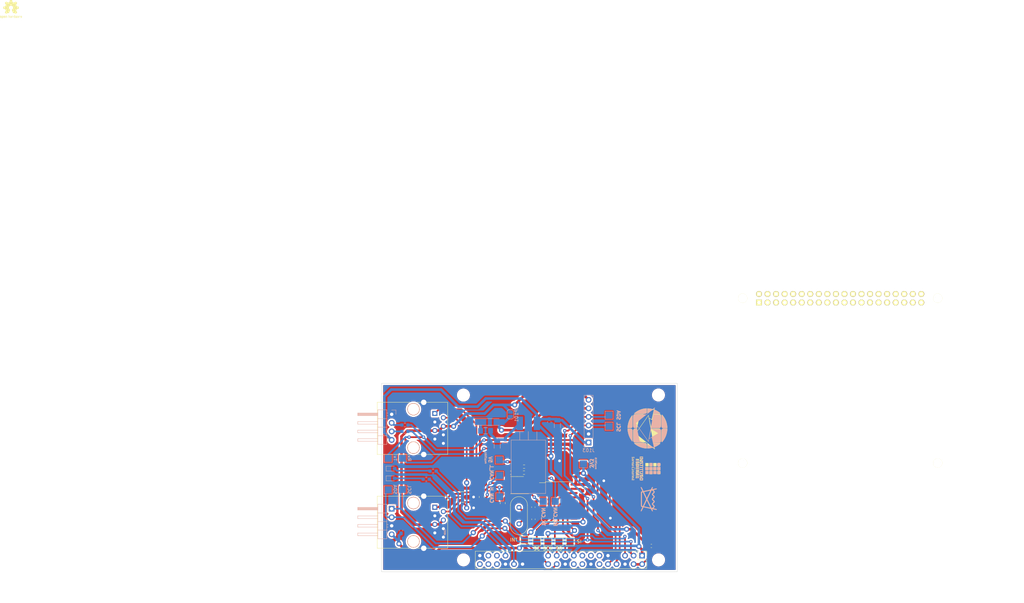
<source format=kicad_pcb>
(kicad_pcb (version 20211014) (generator pcbnew)
  (layers (0 "F.Cu" signal) (31 "B.Cu" signal) (34 "B.Paste" user) (35 "F.Paste" user) (36 "B.SilkS" user "B.Silkscreen") (37 "F.SilkS" user "F.Silkscreen") (38 "B.Mask" user) (39 "F.Mask" user) (44 "Edge.Cuts" user))
  (net 0 "")
  (net 1 "+3V3")
  (net 2 "GND")
  (net 3 "Net-(C201-Pad1)")
  (net 4 "Net-(C202-Pad1)")
  (net 5 "+5V")
  (net 6 "/POWER SUPPLY/+18V_OUT")
  (net 7 "/CANBUS CONN/CAN_H")
  (net 8 "/CANBUS CONN/CAN_L")
  (net 9 "Net-(D301-Pad1)")
  (net 10 "/+18V_IN")
  (net 11 "Net-(D401-Pad2)")
  (net 12 "Net-(D402-Pad2)")
  (net 13 "/MCU/SCL")
  (net 14 "/MCU/SDA")
  (net 15 "Net-(J102-Pad2)")
  (net 16 "Net-(J102-Pad3)")
  (net 17 "/MCU/USART_TX")
  (net 18 "/MCU/USART_RX")
  (net 19 "/MOSI")
  (net 20 "/MISO")
  (net 21 "/CANBUS/INT")
  (net 22 "/SCK")
  (net 23 "/CANBUS/CS")
  (net 24 "/MCU/LED1")
  (net 25 "/MCU/LED2")
  (net 26 "Net-(R201-Pad2)")
  (net 27 "/CANBUS/RXCAN")
  (net 28 "Net-(R203-Pad1)")
  (net 29 "/CANBUS/TXCAN")
  (net 37 "Net-(R204-Pad1)")
  (net 49 "/CAN_18V")
  (footprint "Symbol:OSHW-Logo2_7.3x6mm_SilkScreen" (layer "F.Cu") (at 3.270714 2.762714)
    (fp_text reference "LOGO101" hide)
    (fp_text value "Logo_Open_Hardware_Small" hide)
  )
  (footprint "MountingHole:MountingHole_2.7mm_M2.5" (layer "F.Cu") (at 195.7832 117.4496 180)
    (fp_text reference "H105")
    (fp_text value "~")
  )
  (footprint "Capacitor_SMD:C_0603_1608Metric_Pad1.08x0.95mm_HandSolder" (layer "F.Cu") (at 175.0314 145.0086 -90)
    (fp_text reference "C204")
    (fp_text value "100nF")
  )
  (footprint "KicadZeniteSolarLibrary18:RJ45_YH59_01" (layer "F.Cu") (at 129.286 122.931 -90)
    (fp_text reference "J501")
    (fp_text value "RJ45")
  )
  (footprint "MountingHole:MountingHole_3.2mm_M3" (layer "F.Cu") (at 196.016 58.832)
    (fp_text reference "H104")
    (fp_text value "~")
  )
  (footprint "Resistor_SMD:R_0603_1608Metric_Pad0.98x0.95mm_HandSolder" (layer "F.Cu") (at 155.8036 140.5382)
    (fp_text reference "R203")
    (fp_text value "10K")
  )
  (footprint "MountingHole:MountingHole_3.2mm_M3" (layer "F.Cu") (at 196.016 66.782)
    (fp_text reference "H103")
    (fp_text value "~")
  )
  (footprint "Capacitor_SMD:C_0603_1608Metric_Pad1.08x0.95mm_HandSolder" (layer "F.Cu") (at 151.8666 140.5636 180)
    (fp_text reference "C205")
    (fp_text value "100nF")
  )
  (footprint "Crystal:Crystal_HC49-U_Vertical" (layer "F.Cu") (at 154.305 150.876 -90)
    (fp_text reference "Y201")
    (fp_text value "16MHz")
  )
  (footprint "TestPoint:TestPoint_Pad_2.0x2.0mm" (layer "F.Cu") (at 169.5069 161.0741)
    (fp_text reference "TP204")
    (fp_text value "SI")
  )
  (footprint "Package_SO:SOIC-18W_7.5x11.6mm_P1.27mm" (layer "F.Cu") (at 166.0416 149.1488)
    (fp_text reference "U201")
    (fp_text value "MCP2515-xSO")
  )
  (footprint "TestPoint:TestPoint_Pad_2.0x2.0mm" (layer "F.Cu") (at 159.6009 161.0741)
    (fp_text reference "TP202")
    (fp_text value "SC")
  )
  (footprint "KicadZeniteSolarLibrary18:synbol_logoifsc" (layer "F.Cu") (at 192.151 139.319 -90)
    (fp_text reference "SYM105")
    (fp_text value "SYM_LASER_Small" hide)
  )
  (footprint "MountingHole:MountingHole_2.7mm_M2.5" (layer "F.Cu") (at 195.8086 166.4716 180)
    (fp_text reference "H107")
    (fp_text value "~")
  )
  (footprint "Capacitor_SMD:C_0603_1608Metric_Pad1.08x0.95mm_HandSolder" (layer "F.Cu") (at 158.5976 154.4066 -90)
    (fp_text reference "C202")
    (fp_text value "22pF")
  )
  (footprint "KicadZeniteSolarLibrary18:RJ45_YH59_01" (layer "F.Cu") (at 129.286 150.8252 -90)
    (fp_text reference "J502")
    (fp_text value "RJ45")
  )
  (footprint "Connector_PinHeader_2.54mm:PinHeader_2x20_P2.54mm_Vertical" (layer "F.Cu") (at 190.9318 165.2016 -90)
    (fp_text reference "J401")
    (fp_text value "Raspberry_Pi_2_3")
  )
  (footprint "rasp3:raspberrypi_2_3" (layer "F.Cu") (at 249.808 88.677)
    (fp_text reference "SYM102")
    (fp_text value "SYM_Magnet_Large")
  )
  (footprint "MountingHole:MountingHole_3.2mm_M3" (layer "F.Cu") (at 203.966 66.782)
    (fp_text reference "H102")
    (fp_text value "~")
  )
  (footprint "MountingHole:MountingHole_2.7mm_M2.5" (layer "F.Cu") (at 137.8204 166.4716 180)
    (fp_text reference "H106")
    (fp_text value "~")
  )
  (footprint "Capacitor_SMD:C_0603_1608Metric_Pad1.08x0.95mm_HandSolder" (layer "F.Cu") (at 158.5722 150.7998 90)
    (fp_text reference "C201")
    (fp_text value "22pF")
  )
  (footprint "TestPoint:TestPoint_Pad_2.0x2.0mm" (layer "F.Cu") (at 166.2049 161.0741)
    (fp_text reference "TP203")
    (fp_text value "SO")
  )
  (footprint "Resistor_SMD:R_0603_1608Metric_Pad0.98x0.95mm_HandSolder" (layer "F.Cu") (at 155.8271 138.7602)
    (fp_text reference "R202")
    (fp_text value "22K")
  )
  (footprint "Package_TO_SOT_SMD:SOT-23" (layer "F.Cu") (at 137.8712 147.7772)
    (fp_text reference "D201")
    (fp_text value "pesd1can")
  )
  (footprint "Capacitor_SMD:C_0603_1608Metric_Pad1.08x0.95mm_HandSolder" (layer "F.Cu") (at 193.675 162.306)
    (fp_text reference "C401")
    (fp_text value "100nF")
  )
  (footprint "KicadZeniteSolarLibrary18:symbol_logoZenite" (layer "F.Cu") (at 192.532 127.508 -90)
    (fp_text reference "SYM103" hide)
    (fp_text value "SYM_Radioactive_Radiation_Small" hide)
  )
  (footprint "Capacitor_SMD:C_0603_1608Metric_Pad1.08x0.95mm_HandSolder" (layer "F.Cu") (at 170.3578 141.7828 180)
    (fp_text reference "C203")
    (fp_text value "100nF")
  )
  (footprint "Resistor_SMD:R_0805_2012Metric_Pad1.20x1.40mm_HandSolder" (layer "F.Cu") (at 143.2306 147.7678 90)
    (fp_text reference "R205")
    (fp_text value "120")
  )
  (footprint "Package_SO:SOIC-8_3.9x4.9mm_P1.27mm" (layer "F.Cu") (at 153.7462 144.2466 180)
    (fp_text reference "U202")
    (fp_text value "MCP2551-I/SN")
  )
  (footprint "MountingHole:MountingHole_2.7mm_M2.5" (layer "F.Cu") (at 137.795 117.475 180)
    (fp_text reference "H108")
    (fp_text value "~")
  )
  (footprint "MountingHole:MountingHole_3.2mm_M3" (layer "F.Cu") (at 203.966 58.832)
    (fp_text reference "H101")
    (fp_text value "~")
  )
  (footprint "Resistor_SMD:R_0805_2012Metric_Pad1.20x1.40mm_HandSolder" (layer "F.Cu") (at 149.479 149.606 -90)
    (fp_text reference "R204")
    (fp_text value "4k7")
  )
  (footprint "Resistor_SMD:R_0603_1608Metric_Pad0.98x0.95mm_HandSolder" (layer "F.Cu") (at 173.228 145.0086 -90)
    (fp_text reference "R201")
    (fp_text value "10k")
  )
  (footprint "TestPoint:TestPoint_Pad_2.0x2.0mm" (layer "F.Cu") (at 155.956 160.528)
    (fp_text reference "TP205")
    (fp_text value "INT")
  )
  (footprint "TestPoint:TestPoint_Pad_2.0x2.0mm" (layer "F.Cu") (at 162.9029 161.0741)
    (fp_text reference "TP201")
    (fp_text value "SCK")
  )
  (footprint "Connector_PinHeader_2.54mm:PinHeader_1x04_P2.54mm_Horizontal" (layer "B.Cu") (at 116.459 123.19 180)
    (fp_text reference "J102")
    (fp_text value "USART")
  )
  (footprint "Capacitor_SMD:C_1206_3216Metric_Pad1.33x1.80mm_HandSolder" (layer "B.Cu") (at 147.828 132.587996 -90)
    (fp_text reference "C301")
    (fp_text value "1uF")
  )
  (footprint "Capacitor_SMD:C_0603_1608Metric_Pad1.08x0.95mm_HandSolder" (layer "B.Cu") (at 150.241 131.571996 -90)
    (fp_text reference "C302")
    (fp_text value "100nF")
  )
  (footprint "TestPoint:TestPoint_Pad_2.0x2.0mm" (layer "B.Cu") (at 181.102 123.444)
    (fp_text reference "TP106")
    (fp_text value "INA_SDA")
  )
  (footprint "TestPoint:TestPoint_Pad_2.0x2.0mm" (layer "B.Cu") (at 115.443 136.271 180)
    (fp_text reference "TP104")
    (fp_text value "TX")
  )
  (footprint "LED_SMD:LED_0603_1608Metric_Pad1.05x0.95mm_HandSolder" (layer "B.Cu") (at 116.459 142.24)
    (fp_text reference "D401")
    (fp_text value "LED_RED")
  )
  (footprint "Resistor_SMD:R_0603_1608Metric_Pad0.98x0.95mm_HandSolder" (layer "B.Cu") (at 126.746 142.494 180)
    (fp_text reference "R401")
    (fp_text value "1k")
  )
  (footprint "Resistor_SMD:R_0603_1608Metric_Pad0.98x0.95mm_HandSolder" (layer "B.Cu") (at 120.396 128.27 180)
    (fp_text reference "R101")
    (fp_text value "1k")
  )
  (footprint "Diode_SMD:D_MiniMELF_Handsoldering" (layer "B.Cu") (at 145.669 125.476)
    (fp_text reference "D301")
    (fp_text value "LL4148")
  )
  (footprint "Fuse:Fuse_1206_3216Metric_Pad1.42x1.75mm_HandSolder" (layer "B.Cu") (at 144.3736 128.0922)
    (fp_text reference "F301")
    (fp_text value "500mA")
  )
  (footprint "KicadZeniteSolarLibrary18:synbol_logoifsc" (layer "B.Cu") (at 192.151 139.319 90)
    (fp_text reference "SYM106")
    (fp_text value "SYM_LASER_Small" hide)
  )
  (footprint "Capacitor_SMD:C_0603_1608Metric_Pad1.08x0.95mm_HandSolder" (layer "B.Cu") (at 119.253 157.734 90)
    (fp_text reference "C101")
    (fp_text value "100nF")
  )
  (footprint "TestPoint:TestPoint_Pad_2.0x2.0mm" (layer "B.Cu") (at 115.443 145.669 -90)
    (fp_text reference "TP101")
    (fp_text value "SDA")
  )
  (footprint "TestPoint:TestPoint_Pad_2.0x2.0mm" (layer "B.Cu") (at 119.634 136.271 180)
    (fp_text reference "TP103")
    (fp_text value "RX")
  )
  (footprint "TestPoint:TestPoint_Pad_2.0x2.0mm" (layer "B.Cu") (at 148.463 136.779 180)
    (fp_text reference "TP211")
    (fp_text value "5V")
  )
  (footprint "Resistor_SMD:R_0603_1608Metric_Pad0.98x0.95mm_HandSolder" (layer "B.Cu") (at 120.396 126.365 180)
    (fp_text reference "R102")
    (fp_text value "1k")
  )
  (footprint "TestPoint:TestPoint_Pad_2.0x2.0mm" (layer "B.Cu") (at 173.482 137.922 180)
    (fp_text reference "TP210")
    (fp_text value "3V3")
  )
  (footprint "TestPoint:TestPoint_Pad_2.0x2.0mm" (layer "B.Cu") (at 119.634 145.542 -90)
    (fp_text reference "TP102")
    (fp_text value "SCL")
  )
  (footprint "Connector_PinHeader_2.54mm:PinHeader_1x04_P2.54mm_Horizontal" (layer "B.Cu") (at 116.459 151.257 180)
    (fp_text reference "J101")
    (fp_text value "I2C")
  )
  (footprint "Capacitor_SMD:C_1206_3216Metric_Pad1.33x1.80mm_HandSolder" (layer "B.Cu") (at 165.735 126.491996 -90)
    (fp_text reference "C304")
    (fp_text value "1uF")
  )
  (footprint "TestPoint:TestPoint_Pad_2.0x2.0mm" (layer "B.Cu") (at 148.59 141.351)
    (fp_text reference "TP209")
    (fp_text value "CAN_L")
  )
  (footprint "Connector_PinHeader_2.54mm:PinHeader_1x06_P2.54mm_Vertical" (layer "B.Cu") (at 175.006 131.572)
    (fp_text reference "J103")
    (fp_text value "Conn_01x06")
  )
  (footprint "TestPoint:TestPoint_Pad_2.0x2.0mm" (layer "B.Cu") (at 181.102 126.746)
    (fp_text reference "TP105")
    (fp_text value "INA_SCL")
  )
  (footprint "Resistor_SMD:R_0603_1608Metric_Pad0.98x0.95mm_HandSolder" (layer "B.Cu") (at 128.778 140.081 180)
    (fp_text reference "R402")
    (fp_text value "1k")
  )
  (footprint "TestPoint:TestPoint_Pad_2.0x2.0mm" (layer "B.Cu") (at 161.544 149.098 90)
    (fp_text reference "TP206")
    (fp_text value "TXCAN")
  )
  (footprint "KicadZeniteSolarLibrary18:TO-220-3_Horizontal_TabDown_SMD" (layer "B.Cu") (at 154.559 127.1495)
    (fp_text reference "U301")
    (fp_text value "LM7805")
  )
  (footprint "TestPoint:TestPoint_Pad_2.0x2.0mm" (layer "B.Cu") (at 148.59 147.701)
    (fp_text reference "TP208")
    (fp_text value "CAN_H")
  )
  (footprint "LED_SMD:LED_0603_1608Metric_Pad1.05x0.95mm_HandSolder" (layer "B.Cu") (at 116.459 139.319)
    (fp_text reference "D402")
    (fp_text value "LED_RED")
  )
  (footprint "Capacitor_SMD:C_0603_1608Metric_Pad1.08x0.95mm_HandSolder" (layer "B.Cu") (at 163.322 125.475996 -90)
    (fp_text reference "C303")
    (fp_text value "100nF")
  )
  (footprint "TestPoint:TestPoint_Pad_2.0x2.0mm" (layer "B.Cu") (at 165.1 149.098 90)
    (fp_text reference "TP207")
    (fp_text value "RXCAN")
  )
  (footprint "Jumper:SolderJumper-2_P1.3mm_Open_RoundedPad1.0x1.5mm" (layer "B.Cu") (at 151.765 123.19 90)
    (fp_text reference "JP101")
    (fp_text value "Jumper_2_Open")
  )
  (footprint "KicadZeniteSolarLibrary18:symbol_logoZenite" (layer "B.Cu") (at 192.532 127.254 90)
    (fp_text reference "SYM101" hide)
    (fp_text value "SYM_Radioactive_Radiation_Small" hide)
  )
  (footprint "KicadZeniteSolarLibrary18:symbol_naolavar" (layer "B.Cu") (at 192.913 148.4122 90)
    (fp_text reference "SYM104")
    (fp_text value "SYM_Radioactive_Radiation_Small" hide)
  )
  (gr_poly (pts (xy 201.3966 169.9768) (xy 113.4364 169.9768) (xy 113.4364 113.9952) (xy 201.3966 113.9952)) (layer "Edge.Cuts") (width 0.1) (fill none))
  (gr_text "RX_CAN" (at 165.1 153.67 -90) (layer "B.SilkS") (effects (font (size 1 1) (thickness 0.25)) (justify mirror)))
  (gr_text "mcp2515" (at 177.165 137.795 270) (layer "B.SilkS") (effects (font (size 0.508 0.508) (thickness 0.127)) (justify mirror)))
  (gr_text "CAN_L" (at 146.177 140.462 -90) (layer "B.SilkS") (effects (font (size 1 1) (thickness 0.25)) (justify mirror)))
  (gr_text "SDA" (at 117.475 145.542 -90) (layer "B.SilkS") (effects (font (size 1 1)) (justify mirror)))
  (gr_text "TX_CAN" (at 161.544 153.67 -90) (layer "B.SilkS") (effects (font (size 1 1) (thickness 0.25)) (justify mirror)))
  (gr_text "SCL" (at 121.666 145.542 -90) (layer "B.SilkS") (effects (font (size 1 1)) (justify mirror)))
  (gr_text "SDA" (at 183.896 123.444 -90) (layer "B.SilkS") (effects (font (size 1 1) (thickness 0.25)) (justify mirror)))
  (gr_text "3V3" (at 175.895 137.795 270) (layer "B.SilkS") (effects (font (size 1 1) (thickness 0.25)) (justify mirror)))
  (gr_text "mcp2551" (at 144.399 136.144 -90) (layer "B.SilkS") (effects (font (size 0.508 0.508) (thickness 0.127)) (justify mirror)))
  (gr_text "J602" (at 132.255496 158.349496 -90) (layer "B.SilkS") (effects (font (size 0.5 0.5) (thickness 0.1)) (justify mirror)))
  (gr_text "CAN_H" (at 146.177 147.193 -90) (layer "B.SilkS") (effects (font (size 1 1) (thickness 0.25)) (justify mirror)))
  (gr_text "Tx" (at 117.475 136.271 -90) (layer "B.SilkS") (effects (font (size 1 1)) (justify mirror)))
  (gr_text "SCL" (at 183.896 127 -90) (layer "B.SilkS") (effects (font (size 1 1) (thickness 0.25)) (justify mirror)))
  (gr_text "Rx" (at 121.666 136.271 -90) (layer "B.SilkS") (effects (font (size 1 1)) (justify mirror)))
  (gr_text "5V" (at 145.796 136.652 -90) (layer "B.SilkS") (effects (font (size 1 1) (thickness 0.25)) (justify mirror)))
  (segment (start 170.6916 144.0688) (end 171.2203 143.5401) (width 0.762) (layer "F.Cu") (net 1))
  (segment (start 128.143 165.735) (end 122.682 165.735) (width 0.762) (layer "F.Cu") (net 1))
  (segment (start 118.618 161.671) (end 122.682 165.735) (width 0.762) (layer "F.Cu") (net 1))
  (segment (start 190.9318 163.449) (end 190.9318 165.2016) (width 0.762) (layer "F.Cu") (net 1))
  (segment (start 174.9814 144.0961) (end 175.0314 144.1461) (width 0.762) (layer "F.Cu") (net 1))
  (segment (start 154.432 162.941) (end 130.937 162.941) (width 0.762) (layer "F.Cu") (net 1))
  (segment (start 173.228 144.0961) (end 174.9814 144.0961) (width 0.762) (layer "F.Cu") (net 1))
  (segment (start 170.6916 144.0688) (end 173.2007 144.0688) (width 0.762) (layer "F.Cu") (net 1))
  (segment (start 173.2007 144.0688) (end 173.228 144.0961) (width 0.762) (layer "F.Cu") (net 1))
  (segment (start 130.937 162.941) (end 128.143 165.735) (width 0.762) (layer "F.Cu") (net 1))
  (segment (start 171.2203 141.7828) (end 171.2203 143.5401) (width 0.762) (layer "F.Cu") (net 1))
  (segment (start 172.2871 140.716) (end 171.2203 141.7828) (width 0.762) (layer "F.Cu") (net 1))
  (segment (start 189.9666 162.4838) (end 190.9318 163.449) (width 0.762) (layer "F.Cu") (net 1))
  (segment (start 173.482 140.716) (end 172.2871 140.716) (width 0.762) (layer "F.Cu") (net 1))
  (via (at 154.432 162.941) (size 1.5) (drill 0.8) (layers "F.Cu" "B.Cu") (net 1))
  (via (at 173.482 140.716) (size 1.5) (drill 0.8) (layers "F.Cu" "B.Cu") (net 1))
  (via (at 189.9666 162.4838) (size 1.5) (drill 0.8) (layers "F.Cu" "B.Cu") (net 1))
  (via (at 118.618 161.671) (size 1.5) (drill 0.8) (layers "F.Cu" "B.Cu") (net 1))
  (segment (start 155.067 162.306) (end 189.7888 162.306) (width 0.762) (layer "B.Cu") (net 1))
  (segment (start 173.482 140.716) (end 189.9666 157.2006) (width 0.762) (layer "B.Cu") (net 1))
  (segment (start 155.067 162.306) (end 154.432 162.941) (width 0.762) (layer "B.Cu") (net 1))
  (segment (start 118.618 161.036) (end 116.459 158.877) (width 0.762) (layer "B.Cu") (net 1))
  (segment (start 118.618 161.671) (end 118.618 161.036) (width 0.762) (layer "B.Cu") (net 1))
  (segment (start 173.482 140.716) (end 173.482 137.922) (width 0.762) (layer "B.Cu") (net 1))
  (segment (start 189.9666 157.2006) (end 189.9666 162.4838) (width 0.762) (layer "B.Cu") (net 1))
  (segment (start 118.618 161.036) (end 118.618 159.2315) (width 0.762) (layer "B.Cu") (net 1))
  (segment (start 189.9666 162.4838) (end 189.7888 162.306) (width 0.762) (layer "B.Cu") (net 1))
  (segment (start 170.6118 164.1602) (end 170.6118 165.2016) (width 0.762) (layer "B.Cu") (net 1))
  (segment (start 118.618 159.2315) (end 119.253 158.5965) (width 0.762) (layer "B.Cu") (net 1))
  (segment (start 172.466 162.306) (end 170.6118 164.1602) (width 0.762) (layer "B.Cu") (net 1))
  (segment (start 138.8087 147.7772) (end 140.8176 147.7772) (width 0.508) (layer "F.Cu") (net 2))
  (via (at 181.483 154.051) (size 1.5) (drill 0.8) (layers "F.Cu" "B.Cu") (net 2))
  (via (at 179.532305 142.95323) (size 1.5) (drill 0.8) (layers "F.Cu" "B.Cu") (net 2))
  (via (at 166.37 137.033) (size 1.5) (drill 0.8) (layers "F.Cu" "B.Cu") (net 2))
  (via (at 140.8176 147.7772) (size 1.5) (drill 0.8) (layers "F.Cu" "B.Cu") (net 2))
  (via (at 140.8176 151.003) (size 1.5) (drill 0.8) (layers "F.Cu" "B.Cu") (net 2))
  (segment (start 157.099 125.8795) (end 157.099 138.8335) (width 0.762) (layer "B.Cu") (net 2))
  (segment (start 140.8176 151.003) (end 140.8176 147.7772) (width 0.508) (layer "B.Cu") (net 2))
  (segment (start 155.0913 151.6623) (end 158.5722 151.6623) (width 0.508) (layer "F.Cu") (net 3))
  (segment (start 161.3651 151.6623) (end 161.3916 151.6888) (width 0.508) (layer "F.Cu") (net 3))
  (segment (start 158.5722 151.6623) (end 161.3651 151.6623) (width 0.508) (layer "F.Cu") (net 3))
  (segment (start 155.0913 151.6623) (end 154.305 150.876) (width 0.508) (layer "F.Cu") (net 3))
  (segment (start 159.1829 152.9588) (end 158.5976 153.5441) (width 0.508) (layer "F.Cu") (net 4))
  (segment (start 158.5976 153.5441) (end 156.5169 153.5441) (width 0.508) (layer "F.Cu") (net 4))
  (segment (start 161.3916 152.9588) (end 159.1829 152.9588) (width 0.508) (layer "F.Cu") (net 4))
  (segment (start 156.5169 153.5441) (end 154.305 155.756) (width 0.508) (layer "F.Cu") (net 4))
  (segment (start 152.7291 137.3389) (end 150.9279 137.3389) (width 0.762) (layer "F.Cu") (net 5))
  (segment (start 190.9191 167.8051) (end 188.3791 167.8051) (width 0.762) (layer "F.Cu") (net 5))
  (segment (start 152.7291 137.3389) (end 152.7291 140.5636) (width 0.762) (layer "F.Cu") (net 5))
  (segment (start 150.9279 137.3389) (end 150.876 137.287) (width 0.762) (layer "F.Cu") (net 5))
  (segment (start 156.2212 143.6116) (end 154.6098 143.6116) (width 0.762) (layer "F.Cu") (net 5))
  (segment (start 187.8595 157.353) (end 192.8125 162.306) (width 0.762) (layer "F.Cu") (net 5))
  (segment (start 192.786 165.9382) (end 192.786 162.4065) (width 0.508) (layer "F.Cu") (net 5))
  (segment (start 154.6098 143.6116) (end 153.3652 142.367) (width 0.762) (layer "F.Cu") (net 5))
  (segment (start 190.9191 167.8051) (end 192.786 165.9382) (width 0.508) (layer "F.Cu") (net 5))
  (segment (start 154.686 135.382) (end 152.7291 137.3389) (width 0.762) (layer "F.Cu") (net 5))
  (segment (start 163.576 135.382) (end 154.686 135.382) (width 0.762) (layer "F.Cu") (net 5))
  (segment (start 163.83 135.636) (end 163.576 135.382) (width 0.762) (layer "F.Cu") (net 5))
  (segment (start 186.309 157.353) (end 187.8595 157.353) (width 0.762) (layer "F.Cu") (net 5))
  (segment (start 153.3652 142.367) (end 153.3652 141.1997) (width 0.762) (layer "F.Cu") (net 5))
  (segment (start 153.3652 141.1997) (end 152.7291 140.5636) (width 0.762) (layer "F.Cu") (net 5))
  (via (at 163.83 135.636) (size 1.5) (drill 0.8) (layers "F.Cu" "B.Cu") (net 5))
  (via (at 150.876 137.287) (size 1) (drill 0.4) (layers "F.Cu" "B.Cu") (net 5))
  (via (at 186.309 157.353) (size 1.5) (drill 0.8) (layers "F.Cu" "B.Cu") (net 5))
  (segment (start 163.322 124.613496) (end 165.419 124.613496) (width 0.762) (layer "B.Cu") (net 5))
  (segment (start 116.459 130.81) (end 114.3 128.651) (width 0.762) (layer "B.Cu") (net 5))
  (segment (start 159.639 123.19) (end 159.639 125.8795) (width 0.762) (layer "B.Cu") (net 5))
  (segment (start 163.322 124.613496) (end 160.905004 124.613496) (width 0.762) (layer "B.Cu") (net 5))
  (segment (start 114.3 128.651) (end 114.3 117.856) (width 0.762) (layer "B.Cu") (net 5))
  (segment (start 163.83 135.636) (end 163.83 130.0705) (width 0.762) (layer "B.Cu") (net 5))
  (segment (start 154.94 118.491) (end 159.639 123.19) (width 0.762) (layer "B.Cu") (net 5))
  (segment (start 165.419 124.613496) (end 165.735 124.929496) (width 0.762) (layer "B.Cu") (net 5))
  (segment (start 181.229 157.353) (end 163.83 139.954) (width 0.762) (layer "B.Cu") (net 5))
  (segment (start 163.83 130.0705) (end 159.639 125.8795) (width 0.762) (layer "B.Cu") (net 5))
  (segment (start 175.006 131.572) (end 173.736 131.572) (width 0.762) (layer "B.Cu") (net 5))
  (segment (start 163.83 139.954) (end 163.83 135.636) (width 0.762) (layer "B.Cu") (net 5))
  (segment (start 150.876 137.287) (end 148.971 137.287) (width 0.762) (layer "B.Cu") (net 5))
  (segment (start 114.3 117.856) (end 116.332 115.824) (width 0.762) (layer "B.Cu") (net 5))
  (segment (start 136.271 120.904) (end 141.986 120.904) (width 0.762) (layer "B.Cu") (net 5))
  (segment (start 116.332 115.824) (end 131.191 115.824) (width 0.762) (layer "B.Cu") (net 5))
  (segment (start 186.309 157.353) (end 181.229 157.353) (width 0.762) (layer "B.Cu") (net 5))
  (segment (start 160.905004 124.613496) (end 159.639 125.8795) (width 0.762) (layer "B.Cu") (net 5))
  (segment (start 131.191 115.824) (end 136.271 120.904) (width 0.762) (layer "B.Cu") (net 5))
  (segment (start 173.736 131.572) (end 167.093496 124.929496) (width 0.762) (layer "B.Cu") (net 5))
  (segment (start 144.399 118.491) (end 154.94 118.491) (width 0.762) (layer "B.Cu") (net 5))
  (segment (start 167.093496 124.929496) (end 165.735 124.929496) (width 0.762) (layer "B.Cu") (net 5))
  (segment (start 141.986 120.904) (end 144.399 118.491) (width 0.762) (layer "B.Cu") (net 5))
  (segment (start 148.971 137.287) (end 148.463 136.779) (width 0.762) (layer "B.Cu") (net 5))
  (segment (start 150.241 130.709496) (end 150.241 130.1975) (width 0.762) (layer "B.Cu") (net 6))
  (segment (start 145.8325 129.029996) (end 147.828 131.025496) (width 0.762) (layer "B.Cu") (net 6))
  (segment (start 148.144 130.709496) (end 147.828 131.025496) (width 0.762) (layer "B.Cu") (net 6))
  (segment (start 150.241 130.709496) (end 148.144 130.709496) (width 0.762) (layer "B.Cu") (net 6))
  (segment (start 150.241 130.1975) (end 154.559 125.8795) (width 0.762) (layer "B.Cu") (net 6))
  (segment (start 141.657 143.6128) (end 143.2306 145.1864) (width 0.508) (layer "F.Cu") (net 7))
  (segment (start 136.9337 146.8272) (end 137.3807 146.3802) (width 0.508) (layer "F.Cu") (net 7))
  (segment (start 129.286 150.8252) (end 130.286 150.8252) (width 0.508) (layer "F.Cu") (net 7))
  (segment (start 142.843 146.3802) (end 143.2306 146.7678) (width 0.508) (layer "F.Cu") (net 7))
  (segment (start 145.1168 144.8816) (end 148.4884 144.8816) (width 0.508) (layer "F.Cu") (net 7))
  (segment (start 143.2306 146.7678) (end 145.1168 144.8816) (width 0.508) (layer "F.Cu") (net 7))
  (segment (start 141.657 126.1724) (end 141.657 143.6128) (width 0.508) (layer "F.Cu") (net 7))
  (segment (start 130.286 150.8252) (end 134.275 146.8362) (width 0.508) (layer "F.Cu") (net 7))
  (segment (start 129.29 122.936) (end 130.5346 121.6914) (width 0.508) (layer "F.Cu") (net 7))
  (segment (start 143.2306 145.1864) (end 143.2306 146.7678) (width 0.508) (layer "F.Cu") (net 7))
  (segment (start 137.3807 146.3802) (end 142.843 146.3802) (width 0.508) (layer "F.Cu") (net 7))
  (segment (start 130.5346 121.6914) (end 137.176 121.6914) (width 0.508) (layer "F.Cu") (net 7))
  (segment (start 134.275 146.8362) (end 136.9247 146.8362) (width 0.508) (layer "F.Cu") (net 7))
  (segment (start 137.176 121.6914) (end 141.657 126.1724) (width 0.508) (layer "F.Cu") (net 7))
  (segment (start 148.4884 144.8816) (end 151.2712 144.8816) (width 0.508) (layer "F.Cu") (net 7))
  (via (at 148.4884 144.8816) (size 1) (drill 0.4) (layers "F.Cu" "B.Cu") (net 7))
  (segment (start 148.4884 144.8816) (end 148.4884 147.5994) (width 0.508) (layer "B.Cu") (net 7))
  (segment (start 148.4884 147.5994) (end 148.59 147.701) (width 0.508) (layer "B.Cu") (net 7))
  (segment (start 136.9337 148.7272) (end 137.5077 149.3012) (width 0.508) (layer "F.Cu") (net 8))
  (segment (start 142.6972 149.3012) (end 143.2306 148.7678) (width 0.508) (layer "F.Cu") (net 8))
  (segment (start 144.907 147.574) (end 143.7132 148.7678) (width 0.508) (layer "F.Cu") (net 8))
  (segment (start 144.907 147.066) (end 144.907 147.574) (width 0.508) (layer "F.Cu") (net 8))
  (segment (start 145.796 143.637) (end 151.2458 143.637) (width 0.508) (layer "F.Cu") (net 8))
  (segment (start 137.5077 149.3012) (end 142.6972 149.3012) (width 0.508) (layer "F.Cu") (net 8))
  (segment (start 151.2712 143.6116) (end 151.2458 143.637) (width 0.508) (layer "F.Cu") (net 8))
  (segment (start 138.757 143.5322) (end 138.7602 143.5354) (width 0.508) (layer "F.Cu") (net 8))
  (segment (start 137.5077 149.3187) (end 137.5077 149.3012) (width 0.508) (layer "F.Cu") (net 8))
  (segment (start 131.826 152.0952) (end 133.5657 152.0952) (width 0.508) (layer "F.Cu") (net 8))
  (segment (start 133.5657 152.0952) (end 136.9337 148.7272) (width 0.508) (layer "F.Cu") (net 8))
  (segment (start 143.7132 148.7678) (end 143.2306 148.7678) (width 0.508) (layer "F.Cu") (net 8))
  (segment (start 138.7602 151.0284) (end 138.7602 150.5712) (width 0.508) (layer "F.Cu") (net 8))
  (segment (start 131.83 124.206) (end 135.266262 124.206) (width 0.508) (layer "F.Cu") (net 8))
  (segment (start 138.757 127.696738) (end 138.757 143.5322) (width 0.508) (layer "F.Cu") (net 8))
  (segment (start 135.266262 124.206) (end 138.757 127.696738) (width 0.508) (layer "F.Cu") (net 8))
  (segment (start 138.7602 150.5712) (end 137.5077 149.3187) (width 0.508) (layer "F.Cu") (net 8))
  (via (at 145.796 143.637) (size 1) (drill 0.4) (layers "F.Cu" "B.Cu") (net 8))
  (via (at 138.7602 143.5354) (size 1.5) (drill 0.8) (layers "F.Cu" "B.Cu") (net 8))
  (via (at 144.907 147.066) (size 1) (drill 0.4) (layers "F.Cu" "B.Cu") (net 8))
  (via (at 138.7602 151.0284) (size 1.5) (drill 0.8) (layers "F.Cu" "B.Cu") (net 8))
  (segment (start 144.907 144.526) (end 145.796 143.637) (width 0.508) (layer "B.Cu") (net 8))
  (segment (start 148.082 141.351) (end 145.796 143.637) (width 0.508) (layer "B.Cu") (net 8))
  (segment (start 138.7602 151.0284) (end 138.7602 143.5354) (width 0.508) (layer "B.Cu") (net 8))
  (segment (start 144.907 147.066) (end 144.907 144.526) (width 0.508) (layer "B.Cu") (net 8))
  (segment (start 148.59 141.351) (end 148.082 141.351) (width 0.508) (layer "B.Cu") (net 8))
  (segment (start 142.919 128.0593) (end 142.8861 128.0922) (width 0.762) (layer "B.Cu") (net 9))
  (segment (start 142.919 125.476) (end 142.919 128.0593) (width 0.762) (layer "B.Cu") (net 9))
  (segment (start 156.083 127.889) (end 162.56 121.412) (width 0.762) (layer "F.Cu") (net 10))
  (segment (start 149.098 127.889) (end 156.083 127.889) (width 0.762) (layer "F.Cu") (net 10))
  (segment (start 162.56 121.412) (end 175.006 121.412) (width 0.762) (layer "F.Cu") (net 10))
  (via (at 149.098 127.889) (size 1.5) (drill 0.8) (layers "F.Cu" "B.Cu") (net 10))
  (segment (start 150.129 125.476) (end 151.765 123.84) (width 0.762) (layer "B.Cu") (net 10))
  (segment (start 148.419 125.476) (end 150.129 125.476) (width 0.762) (layer "B.Cu") (net 10))
  (segment (start 149.098 127.889) (end 148.419 127.21) (width 0.762) (layer "B.Cu") (net 10))
  (segment (start 148.419 127.21) (end 148.419 125.476) (width 0.762) (layer "B.Cu") (net 10))
  (segment (start 125.5795 142.24) (end 117.334 142.24) (width 0.508) (layer "B.Cu") (net 11))
  (segment (start 125.8335 142.494) (end 125.5795 142.24) (width 0.508) (layer "B.Cu") (net 11))
  (segment (start 117.334 139.319) (end 117.969 139.954) (width 0.508) (layer "B.Cu") (net 12))
  (segment (start 127.7385 139.954) (end 127.8655 140.081) (width 0.508) (layer "B.Cu") (net 12))
  (segment (start 117.969 139.954) (end 127.7385 139.954) (width 0.508) (layer "B.Cu") (net 12))
  (segment (start 172.6184 126.492) (end 175.006 126.492) (width 0.508) (layer "F.Cu") (net 13))
  (segment (start 185.8391 159.5501) (end 185.8391 165.2651) (width 0.508) (layer "F.Cu") (net 13))
  (segment (start 177.8 154.94) (end 176.4792 153.6192) (width 0.508) (layer "F.Cu") (net 13))
  (segment (start 185.801 159.512) (end 185.8391 159.5501) (width 0.508) (layer "F.Cu") (net 13))
  (segment (start 169.5704 129.54) (end 172.6184 126.492) (width 0.508) (layer "F.Cu") (net 13))
  (segment (start 140.716 158.369) (end 144.145 154.94) (width 0.508) (layer "F.Cu") (net 13))
  (segment (start 177.8 157.734) (end 177.8 154.94) (width 0.508) (layer "F.Cu") (net 13))
  (segment (start 144.145 154.94) (end 150.241 154.94) (width 0.508) (layer "F.Cu") (net 13))
  (segment (start 176.4792 153.6192) (end 176.4792 147.7264) (width 0.508) (layer "F.Cu") (net 13))
  (via (at 176.4792 147.7264) (size 1) (drill 0.4) (layers "F.Cu" "B.Cu") (net 13))
  (via (at 169.5704 129.54) (size 1) (drill 0.4) (layers "F.Cu" "B.Cu") (net 13))
  (via (at 177.8 157.734) (size 1) (drill 0.4) (layers "F.Cu" "B.Cu") (net 13))
  (via (at 140.716 158.369) (size 1.5) (drill 0.8) (layers "F.Cu" "B.Cu") (net 13))
  (via (at 150.241 154.94) (size 1.5) (drill 0.8) (layers "F.Cu" "B.Cu") (net 13))
  (via (at 185.801 159.512) (size 1) (drill 0.4) (layers "F.Cu" "B.Cu") (net 13))
  (segment (start 176.911 160.147) (end 180.213 160.147) (width 0.508) (layer "B.Cu") (net 13))
  (segment (start 185.801 159.893) (end 185.547 160.147) (width 0.508) (layer "B.Cu") (net 13))
  (segment (start 119.126 151.13) (end 119.126 146.05) (width 0.508) (layer "B.Cu") (net 13))
  (segment (start 172.7835 159.3215) (end 171.958 160.147) (width 0.508) (layer "B.Cu") (net 13))
  (segment (start 155.448 160.147) (end 150.241 154.94) (width 0.508) (layer "B.Cu") (net 13))
  (segment (start 176.4792 147.7264) (end 169.5704 140.8176) (width 0.508) (layer "B.Cu") (net 13))
  (segment (start 175.006 126.492) (end 180.848 126.492) (width 0.508) (layer "B.Cu") (net 13))
  (segment (start 176.0855 159.3215) (end 172.7835 159.3215) (width 0.508) (layer "B.Cu") (net 13))
  (segment (start 180.823 126.467) (end 181.102 126.746) (width 0.762) (layer "B.Cu") (net 13))
  (segment (start 119.126 146.05) (end 119.634 145.542) (width 0.508) (layer "B.Cu") (net 13))
  (segment (start 169.5704 140.8176) (end 169.5704 129.54) (width 0.508) (layer "B.Cu") (net 13))
  (segment (start 137.541 161.544) (end 129.54 161.544) (width 0.508) (layer "B.Cu") (net 13))
  (segment (start 140.716 158.369) (end 137.541 161.544) (width 0.508) (layer "B.Cu") (net 13))
  (segment (start 119.253 151.257) (end 116.459 151.257) (width 0.508) (layer "B.Cu") (net 13))
  (segment (start 180.213 160.147) (end 177.8 157.734) (width 0.508) (layer "B.Cu") (net 13))
  (segment (start 180.848 126.492) (end 181.102 126.746) (width 0.508) (layer "B.Cu") (net 13))
  (segment (start 119.253 151.257) (end 119.126 151.13) (width 0.508) (layer "B.Cu") (net 13))
  (segment (start 171.958 160.147) (end 155.448 160.147) (width 0.508) (layer "B.Cu") (net 13))
  (segment (start 176.911 160.147) (end 176.0855 159.3215) (width 0.508) (layer "B.Cu") (net 13))
  (segment (start 185.547 160.147) (end 180.213 160.147) (width 0.508) (layer "B.Cu") (net 13))
  (segment (start 129.54 161.544) (end 119.253 151.257) (width 0.508) (layer "B.Cu") (net 13))
  (segment (start 185.801 159.512) (end 185.801 159.893) (width 0.508) (layer "B.Cu") (net 13))
  (segment (start 187.579 161.036) (end 187.579 164.465) (width 0.508) (layer "F.Cu") (net 14))
  (segment (start 145.669 157.099) (end 150.114 157.099) (width 0.508) (layer "F.Cu") (net 14))
  (segment (start 143.383 159.385) (end 145.669 157.099) (width 0.508) (layer "F.Cu") (net 14))
  (segment (start 174.7012 153.8224) (end 174.7012 148.2344) (width 0.508) (layer "F.Cu") (net 14))
  (segment (start 173.0756 123.952) (end 175.006 123.952) (width 0.508) (layer "F.Cu") (net 14))
  (segment (start 175.0568 154.178) (end 174.7012 153.8224) (width 0.508) (layer "F.Cu") (net 14))
  (segment (start 175.0568 156.2608) (end 175.0568 154.178) (width 0.508) (layer "F.Cu") (net 14))
  (segment (start 167.894 128.0668) (end 168.9608 128.0668) (width 0.508) (layer "F.Cu") (net 14))
  (segment (start 174.7012 156.6164) (end 175.0568 156.2608) (width 0.508) (layer "F.Cu") (net 14))
  (segment (start 187.579 164.465) (end 188.3791 165.2651) (width 0.508) (layer "F.Cu") (net 14))
  (segment (start 168.9608 128.0668) (end 173.0756 123.952) (width 0.508) (layer "F.Cu") (net 14))
  (segment (start 174.7012 160.528) (end 174.7012 156.6164) (width 0.508) (layer "F.Cu") (net 14))
  (via (at 143.383 159.385) (size 1.5) (drill 0.8) (layers "F.Cu" "B.Cu") (net 14))
  (via (at 150.114 157.099) (size 1.5) (drill 0.8) (layers "F.Cu" "B.Cu") (net 14))
  (via (at 187.579 161.036) (size 1) (drill 0.4) (layers "F.Cu" "B.Cu") (net 14))
  (via (at 174.7012 148.2344) (size 1) (drill 0.4) (layers "F.Cu" "B.Cu") (net 14))
  (via (at 167.894 128.0668) (size 1) (drill 0.4) (layers "F.Cu" "B.Cu") (net 14))
  (via (at 174.7012 160.528) (size 1) (drill 0.4) (layers "F.Cu" "B.Cu") (net 14))
  (segment (start 150.114 157.099) (end 154.051 161.036) (width 0.508) (layer "B.Cu") (net 14))
  (segment (start 173.736 160.528) (end 174.7012 160.528) (width 0.508) (layer "B.Cu") (net 14))
  (segment (start 140.081 162.687) (end 129.032 162.687) (width 0.508) (layer "B.Cu") (net 14))
  (segment (start 120.142 153.797) (end 116.459 153.797) (width 0.508) (layer "B.Cu") (net 14))
  (segment (start 167.894 141.4272) (end 174.7012 148.2344) (width 0.508) (layer "B.Cu") (net 14))
  (segment (start 174.7012 160.528) (end 175.641 160.528) (width 0.508) (layer "B.Cu") (net 14))
  (segment (start 176.149 161.036) (end 187.579 161.036) (width 0.508) (layer "B.Cu") (net 14))
  (segment (start 175.641 160.528) (end 176.149 161.036) (width 0.508) (layer "B.Cu") (net 14))
  (segment (start 175.006 123.952) (end 180.594 123.952) (width 0.508) (layer "B.Cu") (net 14))
  (segment (start 114.681 146.431) (end 115.443 145.669) (width 0.508) (layer "B.Cu") (net 14))
  (segment (start 180.594 123.952) (end 181.102 123.444) (width 0.508) (layer "B.Cu") (net 14))
  (segment (start 167.894 128.0668) (end 167.894 141.4272) (width 0.508) (layer "B.Cu") (net 14))
  (segment (start 180.619 123.927) (end 181.102 123.444) (width 0.762) (layer "B.Cu") (net 14))
  (segment (start 143.383 159.385) (end 140.081 162.687) (width 0.508) (layer "B.Cu") (net 14))
  (segment (start 115.189 153.797) (end 114.681 153.289) (width 0.508) (layer "B.Cu") (net 14))
  (segment (start 116.459 153.797) (end 115.189 153.797) (width 0.508) (layer "B.Cu") (net 14))
  (segment (start 154.051 161.036) (end 173.228 161.036) (width 0.508) (layer "B.Cu") (net 14))
  (segment (start 173.228 161.036) (end 173.736 160.528) (width 0.508) (layer "B.Cu") (net 14))
  (segment (start 129.032 162.687) (end 120.142 153.797) (width 0.508) (layer "B.Cu") (net 14))
  (segment (start 114.681 153.289) (end 114.681 146.431) (width 0.508) (layer "B.Cu") (net 14))
  (segment (start 117.094 126.365) (end 116.459 125.73) (width 0.508) (layer "B.Cu") (net 15))
  (segment (start 119.4835 126.365) (end 117.094 126.365) (width 0.508) (layer "B.Cu") (net 15))
  (segment (start 119.4835 128.27) (end 116.459 128.27) (width 0.508) (layer "B.Cu") (net 16))
  (segment (start 181.3052 136.4996) (end 181.3052 151.3332) (width 0.508) (layer "F.Cu") (net 17))
  (segment (start 170.1546 130.8354) (end 173.5836 134.2644) (width 0.508) (layer "F.Cu") (net 17))
  (segment (start 184.2516 165.7858) (end 183.3118 166.7256) (width 0.508) (layer "F.Cu") (net 17))
  (segment (start 121.6533 129.9845) (end 121.6406 129.9718) (width 0.508) (layer "F.Cu") (net 17))
  (segment (start 173.5836 134.2644) (end 179.07 134.2644) (width 0.508) (layer "F.Cu") (net 17))
  (segment (start 181.3052 151.3332) (end 184.2516 154.2796) (width 0.508) (layer "F.Cu") (net 17))
  (segment (start 179.07 134.2644) (end 181.3052 136.4996) (width 0.508) (layer "F.Cu") (net 17))
  (segment (start 184.2516 154.2796) (end 184.2516 165.7858) (width 0.508) (layer "F.Cu") (net 17))
  (segment (start 183.3118 166.7256) (end 183.3118 167.7416) (width 0.508) (layer "F.Cu") (net 17))
  (segment (start 125.9205 129.9845) (end 121.6533 129.9845) (width 0.508) (layer "F.Cu") (net 17))
  (segment (start 143.9418 130.8354) (end 170.1546 130.8354) (width 0.508) (layer "F.Cu") (net 17))
  (via (at 121.6406 129.9718) (size 1) (drill 0.4) (layers "F.Cu" "B.Cu") (net 17))
  (via (at 125.9205 129.9845) (size 1) (drill 0.4) (layers "F.Cu" "B.Cu") (net 17))
  (via (at 143.9418 130.8354) (size 1) (drill 0.4) (layers "F.Cu" "B.Cu") (net 17))
  (segment (start 129.667 133.731) (end 125.9205 129.9845) (width 0.508) (layer "B.Cu") (net 17))
  (segment (start 140.716 133.731) (end 129.667 133.731) (width 0.508) (layer "B.Cu") (net 17))
  (segment (start 122.301 126.365) (end 121.3085 126.365) (width 0.508) (layer "B.Cu") (net 17))
  (segment (start 125.9205 129.9845) (end 122.301 126.365) (width 0.508) (layer "B.Cu") (net 17))
  (segment (start 120.5484 129.9718) (end 115.443 135.0772) (width 0.508) (layer "B.Cu") (net 17))
  (segment (start 143.6116 130.8354) (end 140.716 133.731) (width 0.508) (layer "B.Cu") (net 17))
  (segment (start 115.443 135.0772) (end 115.443 136.271) (width 0.508) (layer "B.Cu") (net 17))
  (segment (start 121.6406 129.9718) (end 120.5484 129.9718) (width 0.508) (layer "B.Cu") (net 17))
  (segment (start 143.9418 130.8354) (end 143.6116 130.8354) (width 0.508) (layer "B.Cu") (net 17))
  (segment (start 171.9072 136.4996) (end 174.8536 136.4996) (width 0.508) (layer "F.Cu") (net 18))
  (segment (start 168.7576 133.35) (end 171.9072 136.4996) (width 0.508) (layer "F.Cu") (net 18))
  (segment (start 143.891 133.35) (end 168.7576 133.35) (width 0.508) (layer "F.Cu") (net 18))
  (segment (start 183.0324 158.1404) (end 183.0324 165.481) (width 0.508) (layer "F.Cu") (net 18))
  (segment (start 177.673 152.781) (end 183.0324 158.1404) (width 0.508) (layer "F.Cu") (net 18))
  (segment (start 174.8536 136.4996) (end 177.673 139.319) (width 0.508) (layer "F.Cu") (net 18))
  (segment (start 177.673 139.319) (end 177.673 152.781) (width 0.508) (layer "F.Cu") (net 18))
  (segment (start 183.0324 165.481) (end 180.7718 167.7416) (width 0.508) (layer "F.Cu") (net 18))
  (via (at 143.891 133.35) (size 1) (drill 0.4) (layers "F.Cu" "B.Cu") (net 18))
  (segment (start 120.904 137.541) (end 119.634 136.271) (width 0.508) (layer "B.Cu") (net 18))
  (segment (start 121.3085 128.27) (end 122.555 128.27) (width 0.508) (layer "B.Cu") (net 18))
  (segment (start 142.24 135.001) (end 143.891 133.35) (width 0.508) (layer "B.Cu") (net 18))
  (segment (start 130.937 135.001) (end 142.24 135.001) (width 0.508) (layer "B.Cu") (net 18))
  (segment (start 122.555 128.27) (end 129.286 135.001) (width 0.508) (layer "B.Cu") (net 18))
  (segment (start 128.397 137.541) (end 120.904 137.541) (width 0.508) (layer "B.Cu") (net 18))
  (segment (start 130.937 135.001) (end 128.397 137.541) (width 0.508) (layer "B.Cu") (net 18))
  (segment (start 129.286 135.001) (end 130.937 135.001) (width 0.508) (layer "B.Cu") (net 18))
  (segment (start 169.1132 149.1488) (end 170.6916 149.1488) (width 0.508) (layer "F.Cu") (net 19))
  (segment (start 169.5069 161.0741) (end 168.0591 162.5219) (width 0.508) (layer "F.Cu") (net 19))
  (segment (start 167.386 157.988) (end 169.5069 160.1089) (width 0.508) (layer "F.Cu") (net 19))
  (segment (start 167.386 150.876) (end 167.386 157.988) (width 0.508) (layer "F.Cu") (net 19))
  (segment (start 168.0591 162.5219) (end 168.0591 165.2651) (width 0.508) (layer "F.Cu") (net 19))
  (segment (start 169.5069 160.1089) (end 169.5069 161.0741) (width 0.508) (layer "F.Cu") (net 19))
  (segment (start 167.386 150.876) (end 169.1132 149.1488) (width 0.508) (layer "F.Cu") (net 19))
  (segment (start 166.2049 161.0741) (end 165.5191 161.7599) (width 0.508) (layer "F.Cu") (net 20))
  (segment (start 165.5191 161.7599) (end 165.5191 165.2651) (width 0.508) (layer "F.Cu") (net 20))
  (segment (start 168.5798 147.8788) (end 170.6916 147.8788) (width 0.508) (layer "F.Cu") (net 20))
  (segment (start 164.973 159.8422) (end 166.2049 161.0741) (width 0.508) (layer "F.Cu") (net 20))
  (segment (start 165.9636 155.3464) (end 166.0144 155.3464) (width 0.508) (layer "F.Cu") (net 20))
  (segment (start 166.0144 150.4442) (end 168.5798 147.8788) (width 0.508) (layer "F.Cu") (net 20))
  (segment (start 166.0144 155.3464) (end 166.0144 150.4442) (width 0.508) (layer "F.Cu") (net 20))
  (segment (start 164.973 156.337) (end 165.9636 155.3464) (width 0.508) (layer "F.Cu") (net 20))
  (segment (start 164.973 159.8422) (end 164.973 156.337) (width 0.508) (layer "F.Cu") (net 20))
  (segment (start 155.956 160.528) (end 155.956 160.147) (width 0.508) (layer "F.Cu") (net 21))
  (segment (start 173.355 152.908) (end 172.1358 151.6888) (width 0.508) (layer "F.Cu") (net 21))
  (segment (start 161.7726 169.2402) (end 164.0332 169.2402) (width 0.508) (layer "F.Cu") (net 21))
  (segment (start 155.956 160.909) (end 159.004 163.957) (width 0.508) (layer "F.Cu") (net 21))
  (segment (start 172.1358 151.6888) (end 170.6916 151.6888) (width 0.508) (layer "F.Cu") (net 21))
  (segment (start 159.004 163.957) (end 159.004 166.4716) (width 0.508) (layer "F.Cu") (net 21))
  (segment (start 173.355 155.194) (end 173.355 152.908) (width 0.508) (layer "F.Cu") (net 21))
  (segment (start 155.956 160.528) (end 155.956 160.909) (width 0.508) (layer "F.Cu") (net 21))
  (segment (start 155.956 160.147) (end 157.861 158.242) (width 0.508) (layer "F.Cu") (net 21))
  (segment (start 164.0332 169.2402) (end 165.5318 167.7416) (width 0.508) (layer "F.Cu") (net 21))
  (segment (start 159.004 166.4716) (end 161.7726 169.2402) (width 0.508) (layer "F.Cu") (net 21))
  (via (at 157.861 158.242) (size 1.5) (drill 0.8) (layers "F.Cu" "B.Cu") (net 21))
  (via (at 173.355 155.194) (size 1.5) (drill 0.8) (layers "F.Cu" "B.Cu") (net 21))
  (segment (start 157.861 158.242) (end 160.909 155.194) (width 0.508) (layer "B.Cu") (net 21))
  (segment (start 160.909 155.194) (end 173.355 155.194) (width 0.508) (layer "B.Cu") (net 21))
  (segment (start 168.7576 155.6766) (end 168.7576 151.2062) (width 0.508) (layer "F.Cu") (net 22))
  (segment (start 170.815 157.734) (end 168.7576 155.6766) (width 0.508) (layer "F.Cu") (net 22))
  (segment (start 162.9029 158.6611) (end 162.9029 161.0741) (width 0.508) (layer "F.Cu") (net 22))
  (segment (start 169.545 150.4188) (end 170.6916 150.4188) (width 0.508) (layer "F.Cu") (net 22))
  (segment (start 162.941 158.623) (end 162.9029 158.6611) (width 0.508) (layer "F.Cu") (net 22))
  (segment (start 162.9791 165.2651) (end 162.9791 161.7345) (width 0.508) (layer "F.Cu") (net 22))
  (segment (start 168.7576 151.2062) (end 169.545 150.4188) (width 0.508) (layer "F.Cu") (net 22))
  (via (at 162.941 158.623) (size 1.5) (drill 0.8) (layers "F.Cu" "B.Cu") (net 22))
  (via (at 170.815 157.734) (size 1.5) (drill 0.8) (layers "F.Cu" "B.Cu") (net 22))
  (segment (start 169.926 158.623) (end 162.941 158.623) (width 0.508) (layer "B.Cu") (net 22))
  (segment (start 170.815 157.734) (end 169.926 158.623) (width 0.508) (layer "B.Cu") (net 22))
  (segment (start 160.4391 160.9725) (end 160.4391 165.2651) (width 0.508) (layer "F.Cu") (net 23))
  (segment (start 164.846 149.5298) (end 164.846 153.8224) (width 0.508) (layer "F.Cu") (net 23))
  (segment (start 170.6916 146.6088) (end 167.767 146.6088) (width 0.508) (layer "F.Cu") (net 23))
  (segment (start 160.4391 165.2651) (end 162.9791 167.8051) (width 0.508) (layer "F.Cu") (net 23))
  (segment (start 167.767 146.6088) (end 164.846 149.5298) (width 0.508) (layer "F.Cu") (net 23))
  (segment (start 164.846 153.8224) (end 162.7632 155.9052) (width 0.508) (layer "F.Cu") (net 23))
  (segment (start 161.2138 155.9052) (end 159.6009 157.5181) (width 0.508) (layer "F.Cu") (net 23))
  (segment (start 159.6009 157.5181) (end 159.6009 161.0741) (width 0.508) (layer "F.Cu") (net 23))
  (segment (start 162.7632 155.9052) (end 161.2138 155.9052) (width 0.508) (layer "F.Cu") (net 23))
  (segment (start 144.0561 154.178) (end 152.781 162.9029) (width 0.508) (layer "B.Cu") (net 24))
  (segment (start 136.271 151.892) (end 138.557 154.178) (width 0.508) (layer "B.Cu") (net 24))
  (segment (start 129.6905 140.081) (end 129.6905 140.1045) (width 0.508) (layer "B.Cu") (net 24))
  (segment (start 129.6905 140.1045) (end 136.271 146.685) (width 0.508) (layer "B.Cu") (net 24))
  (segment (start 138.557 154.178) (end 144.0561 154.178) (width 0.508) (layer "B.Cu") (net 24))
  (segment (start 152.781 162.9029) (end 152.781 167.767) (width 0.508) (layer "B.Cu") (net 24))
  (segment (start 136.271 146.685) (end 136.271 151.892) (width 0.508) (layer "B.Cu") (net 24))
  (segment (start 127.7855 142.494) (end 127.6585 142.494) (width 0.508) (layer "B.Cu") (net 25))
  (segment (start 150.2791 163.7411) (end 143.002 156.464) (width 0.508) (layer "B.Cu") (net 25))
  (segment (start 143.002 156.464) (end 137.2362 156.464) (width 0.508) (layer "B.Cu") (net 25))
  (segment (start 133.8834 148.5919) (end 127.7855 142.494) (width 0.508) (layer "B.Cu") (net 25))
  (segment (start 150.2791 165.2651) (end 150.2791 163.7411) (width 0.508) (layer "B.Cu") (net 25))
  (segment (start 133.8834 153.1112) (end 133.8834 148.5919) (width 0.508) (layer "B.Cu") (net 25))
  (segment (start 137.2362 156.464) (end 133.8834 153.1112) (width 0.508) (layer "B.Cu") (net 25))
  (segment (start 170.6916 145.3388) (end 172.6457 145.3388) (width 0.508) (layer "F.Cu") (net 26))
  (segment (start 172.6457 145.3388) (end 173.228 145.9211) (width 0.508) (layer "F.Cu") (net 26))
  (segment (start 160.2232 140.5382) (end 161.544 141.859) (width 0.508) (layer "F.Cu") (net 27))
  (segment (start 163.068 143.383) (end 163.068 144.78) (width 0.508) (layer "F.Cu") (net 27))
  (segment (start 161.925 142.24) (end 161.544 141.859) (width 0.508) (layer "F.Cu") (net 27))
  (segment (start 156.7161 140.5382) (end 160.2232 140.5382) (width 0.508) (layer "F.Cu") (net 27))
  (segment (start 163.068 144.78) (end 162.5092 145.3388) (width 0.508) (layer "F.Cu") (net 27))
  (segment (start 161.544 141.859) (end 163.068 143.383) (width 0.508) (layer "F.Cu") (net 27))
  (segment (start 163.957 142.24) (end 161.925 142.24) (width 0.508) (layer "F.Cu") (net 27))
  (segment (start 162.5092 145.3388) (end 161.3916 145.3388) (width 0.508) (layer "F.Cu") (net 27))
  (segment (start 156.7161 140.5382) (end 156.7161 138.7837) (width 0.508) (layer "F.Cu") (net 27))
  (via (at 163.957 142.24) (size 1) (drill 0.4) (layers "F.Cu" "B.Cu") (net 27))
  (segment (start 163.957 142.24) (end 165.1 143.383) (width 0.508) (layer "B.Cu") (net 27))
  (segment (start 165.1 143.383) (end 165.1 149.098) (width 0.508) (layer "B.Cu") (net 27))
  (segment (start 154.8911 141.0115) (end 156.2212 142.3416) (width 0.508) (layer "F.Cu") (net 28))
  (segment (start 154.8911 140.5382) (end 154.8911 141.0115) (width 0.508) (layer "F.Cu") (net 28))
  (segment (start 157.2006 146.1516) (end 156.2212 146.1516) (width 0.508) (layer "F.Cu") (net 29))
  (segment (start 156.2212 146.1516) (end 157.988 146.1516) (width 0.508) (layer "F.Cu") (net 29))
  (segment (start 160.0708 144.0688) (end 161.3916 144.0688) (width 0.508) (layer "F.Cu") (net 29))
  (segment (start 157.988 146.1516) (end 160.0708 144.0688) (width 0.508) (layer "F.Cu") (net 29))
  (segment (start 158.877 147.828) (end 157.2006 146.1516) (width 0.508) (layer "F.Cu") (net 29))
  (via (at 158.877 147.828) (size 1) (drill 0.4) (layers "F.Cu" "B.Cu") (net 29))
  (segment (start 160.147 149.098) (end 158.877 147.828) (width 0.508) (layer "B.Cu") (net 29))
  (segment (start 161.544 149.098) (end 160.147 149.098) (width 0.508) (layer "B.Cu") (net 29))
  (segment (start 151.2712 146.1516) (end 151.2712 146.8138) (width 0.508) (layer "F.Cu") (net 37))
  (segment (start 151.2712 146.8138) (end 149.479 148.606) (width 0.508) (layer "F.Cu") (net 37))
  (segment (start 173.99 117.856) (end 175.006 118.872) (width 0.762) (layer "F.Cu") (net 49))
  (segment locked (start 130.56 155.9102) (end 131.83 154.6402) (width 0.762) (layer "F.Cu") (net 49))
  (segment locked (start 123.1188 155.9864) (end 129.3204 155.9864) (width 0.762) (layer "F.Cu") (net 49))
  (segment (start 153.035 120.396) (end 155.575 117.856) (width 0.762) (layer "F.Cu") (net 49))
  (segment (start 119.38 152.2476) (end 119.507 152.3746) (width 0.762) (layer "F.Cu") (net 49))
  (segment (start 119.507 129.64) (end 119.38 129.767) (width 0.762) (layer "F.Cu") (net 49))
  (segment locked (start 129.29 155.9102) (end 130.56 155.9102) (width 0.762) (layer "F.Cu") (net 49))
  (segment locked (start 121.1018 128.0452) (end 119.507 129.64) (width 0.762) (layer "F.Cu") (net 49))
  (segment locked (start 130.56 128.016) (end 131.83 126.746) (width 0.762) (layer "F.Cu") (net 49))
  (segment locked (start 129.29 128.016) (end 130.56 128.016) (width 0.762) (layer "F.Cu") (net 49))
  (segment (start 131.83 126.746) (end 134.874 126.746) (width 0.762) (layer "F.Cu") (net 49))
  (segment locked (start 119.507 152.3746) (end 123.1188 155.9864) (width 0.762) (layer "F.Cu") (net 49))
  (segment locked (start 129.3538 128.0452) (end 121.1018 128.0452) (width 0.762) (layer "F.Cu") (net 49))
  (segment (start 119.38 129.767) (end 119.38 152.2476) (width 0.762) (layer "F.Cu") (net 49))
  (segment (start 155.575 117.856) (end 173.99 117.856) (width 0.762) (layer "F.Cu") (net 49))
  (via (at 134.874 126.746) (size 1.5) (drill 0.8) (layers "F.Cu" "B.Cu") (net 49))
  (via (at 153.035 120.396) (size 1.5) (drill 0.8) (layers "F.Cu" "B.Cu") (net 49))
  (segment (start 146.685 120.396) (end 149.352 120.396) (width 0.762) (layer "B.Cu") (net 49))
  (segment (start 138.6586 122.9614) (end 144.1196 122.9614) (width 0.762) (layer "B.Cu") (net 49))
  (segment (start 149.621 120.396) (end 151.765 122.54) (width 0.762) (layer "B.Cu") (net 49))
  (segment (start 149.352 120.396) (end 149.621 120.396) (width 0.762) (layer "B.Cu") (net 49))
  (segment (start 134.874 126.746) (end 138.6586 122.9614) (width 0.762) (layer "B.Cu") (net 49))
  (segment (start 149.352 120.396) (end 153.035 120.396) (width 0.762) (layer "B.Cu") (net 49))
  (segment (start 144.1196 122.9614) (end 146.685 120.396) (width 0.762) (layer "B.Cu") (net 49))
  (zone (net 2) (net_name "GND") (layers F&B.Cu) (connect_pads yes (clearance 0.508)) (min_thickness 0.254) (fill yes (thermal_gap 0.508) (thermal_bridge_width 0.508))
    (polygon (pts (xy 201.3966 169.9768) (xy 113.4364 169.9768) (xy 113.4364 113.9952) (xy 201.3966 113.9952)))
  )
)
</source>
